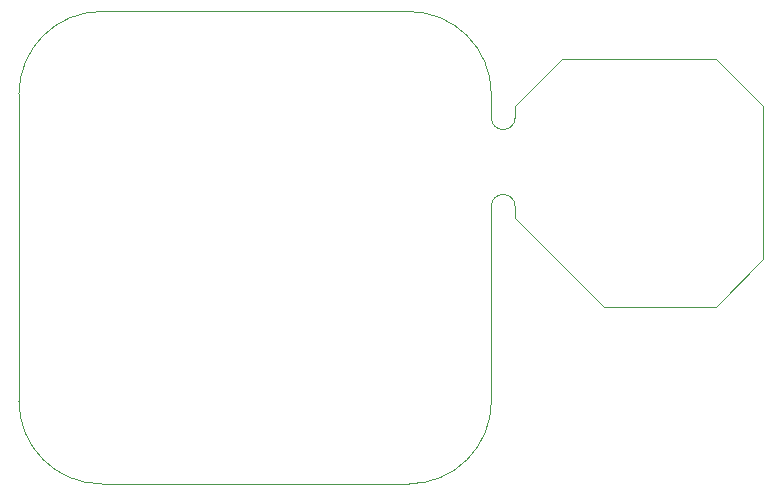
<source format=gm1>
G04 #@! TF.GenerationSoftware,KiCad,Pcbnew,9.0.3-9.0.3-0~ubuntu24.04.1*
G04 #@! TF.CreationDate,2025-07-13T16:36:45+02:00*
G04 #@! TF.ProjectId,PCBWatch,50434257-6174-4636-982e-6b696361645f,rev?*
G04 #@! TF.SameCoordinates,Original*
G04 #@! TF.FileFunction,Profile,NP*
%FSLAX46Y46*%
G04 Gerber Fmt 4.6, Leading zero omitted, Abs format (unit mm)*
G04 Created by KiCad (PCBNEW 9.0.3-9.0.3-0~ubuntu24.04.1) date 2025-07-13 16:36:45*
%MOMM*%
%LPD*%
G01*
G04 APERTURE LIST*
G04 #@! TA.AperFunction,Profile*
%ADD10C,0.050000*%
G04 #@! TD*
G04 APERTURE END LIST*
D10*
X33000000Y0D02*
X7000000Y0D01*
X0Y-7000000D02*
G75*
G02*
X7000000Y0I7000000J0D01*
G01*
X49500000Y-25000000D02*
X42000000Y-17500000D01*
X59000000Y-4000000D02*
X46000000Y-4000000D01*
X46000000Y-4000000D02*
X42000000Y-8000000D01*
X40000000Y-16500000D02*
G75*
G02*
X42000000Y-16500000I1000000J0D01*
G01*
X40000000Y-33000000D02*
G75*
G02*
X33000000Y-40000000I-7000000J0D01*
G01*
X33000000Y0D02*
G75*
G02*
X40000000Y-7000000I0J-7000000D01*
G01*
X7000000Y-40000000D02*
X33000000Y-40000000D01*
X0Y-7000000D02*
X0Y-33000000D01*
X40000000Y-7000000D02*
X40000000Y-9000000D01*
X42000000Y-16500000D02*
X42000000Y-17500000D01*
X42000000Y-9000000D02*
G75*
G02*
X40000000Y-9000000I-1000000J0D01*
G01*
X42000000Y-9000000D02*
X42000000Y-8000000D01*
X59000000Y-25000000D02*
X63000000Y-21000000D01*
X40000000Y-16500000D02*
X40000000Y-33000000D01*
X7000000Y-40000000D02*
G75*
G02*
X0Y-33000000I0J7000000D01*
G01*
X63000000Y-8000000D02*
X59000000Y-4000000D01*
X63000000Y-21000000D02*
X63000000Y-8000000D01*
X49500000Y-25000000D02*
X59000000Y-25000000D01*
M02*

</source>
